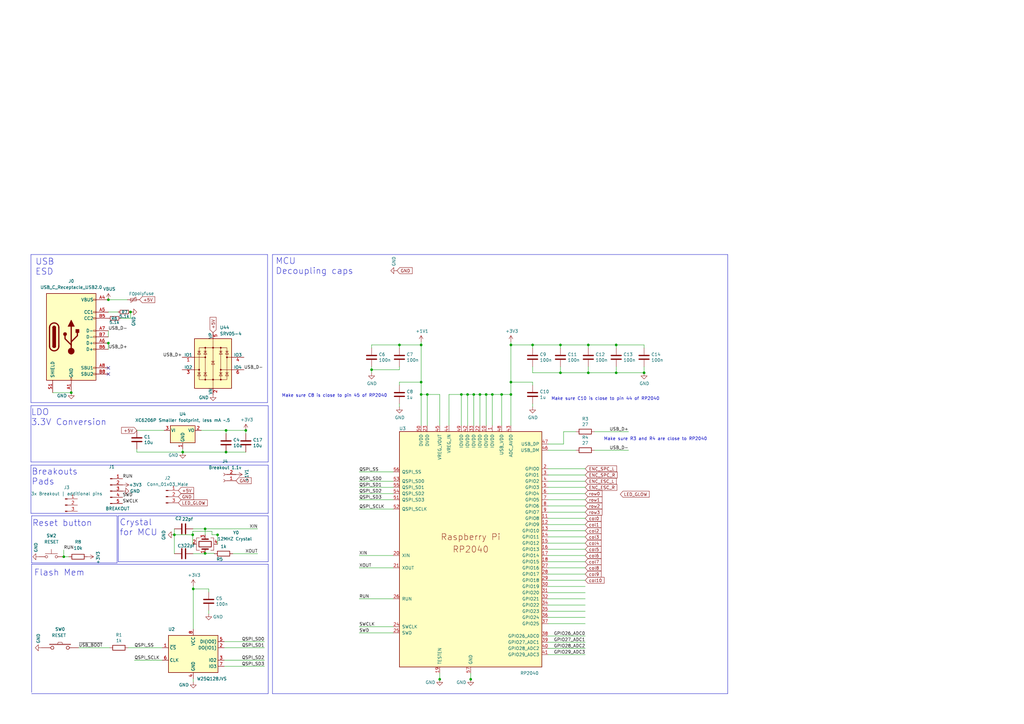
<source format=kicad_sch>
(kicad_sch (version 20230121) (generator eeschema)
  (paper "A3")
  (title_block (title "Rp2040 __template__") (date "2020-12-18") (rev "REV 0.1") (company "scattered_lenity.space"))
  (lib_symbols
    (symbol "Connector:Conn_01x02_Female" (pin_names (offset 1.016) hide)
      (property "Reference" "J" (at 0 2.54 0))
      (property "Value" "Conn_01x02_Female" (at 0 -5.08 0))
      (symbol "Conn_01x02_Female_1_1"
        (arc (start 0 -2.032) (mid -0.5058 -2.54) (end 0 -3.048) (stroke (width 0.1524)))
        (polyline (pts (xy -1.27 -2.54) (xy -0.508 -2.54)) (stroke (width 0.1524)))
        (polyline (pts (xy -1.27 0) (xy -0.508 0)) (stroke (width 0.1524)))
        (arc (start 0 0.508) (mid -0.5058 0) (end 0 -0.508) (stroke (width 0.1524)))
        (pin passive line (at -5.08 0 0) (length 3.81) (name "Pin_1") (number "1"))
        (pin passive line (at -5.08 -2.54 0) (length 3.81) (name "Pin_2") (number "2"))
      )
    )
    (symbol "Connector:Conn_01x03_Male" (pin_names (offset 1.016) hide)
      (property "Reference" "J" (at 0 5.08 0))
      (property "Value" "Conn_01x03_Male" (at 0 -5.08 0))
      (symbol "Conn_01x03_Male_1_1"
        (polyline (pts (xy 1.27 -2.54) (xy 0.8636 -2.54)) (stroke (width 0.1524)))
        (polyline (pts (xy 1.27 0) (xy 0.8636 0)) (stroke (width 0.1524)))
        (polyline (pts (xy 1.27 2.54) (xy 0.8636 2.54)) (stroke (width 0.1524)))
        (rectangle (start 0.8636 -2.413) (end 0 -2.667) (stroke (width 0.1524)) (fill (type outline)))
        (rectangle (start 0.8636 0.127) (end 0 -0.127) (stroke (width 0.1524)) (fill (type outline)))
        (rectangle (start 0.8636 2.667) (end 0 2.413) (stroke (width 0.1524)) (fill (type outline)))
        (pin passive line (at 5.08 2.54 180) (length 3.81) (name "Pin_1") (number "1"))
        (pin passive line (at 5.08 0 180) (length 3.81) (name "Pin_2") (number "2"))
        (pin passive line (at 5.08 -2.54 180) (length 3.81) (name "Pin_3") (number "3"))
      )
    )
    (symbol "Connector:Conn_01x05_Male" (pin_names (offset 1.016) hide)
      (property "Reference" "J" (at 0 7.62 0))
      (property "Value" "Conn_01x05_Male" (at 0 -7.62 0))
      (symbol "Conn_01x05_Male_1_1"
        (polyline (pts (xy 1.27 -5.08) (xy 0.8636 -5.08)) (stroke (width 0.1524)))
        (polyline (pts (xy 1.27 -2.54) (xy 0.8636 -2.54)) (stroke (width 0.1524)))
        (polyline (pts (xy 1.27 0) (xy 0.8636 0)) (stroke (width 0.1524)))
        (polyline (pts (xy 1.27 2.54) (xy 0.8636 2.54)) (stroke (width 0.1524)))
        (polyline (pts (xy 1.27 5.08) (xy 0.8636 5.08)) (stroke (width 0.1524)))
        (rectangle (start 0.8636 -4.953) (end 0 -5.207) (stroke (width 0.1524)) (fill (type outline)))
        (rectangle (start 0.8636 -2.413) (end 0 -2.667) (stroke (width 0.1524)) (fill (type outline)))
        (rectangle (start 0.8636 0.127) (end 0 -0.127) (stroke (width 0.1524)) (fill (type outline)))
        (rectangle (start 0.8636 2.667) (end 0 2.413) (stroke (width 0.1524)) (fill (type outline)))
        (rectangle (start 0.8636 5.207) (end 0 4.953) (stroke (width 0.1524)) (fill (type outline)))
        (pin passive line (at 5.08 5.08 180) (length 3.81) (name "Pin_1") (number "1"))
        (pin passive line (at 5.08 2.54 180) (length 3.81) (name "Pin_2") (number "2"))
        (pin passive line (at 5.08 0 180) (length 3.81) (name "Pin_3") (number "3"))
        (pin passive line (at 5.08 -2.54 180) (length 3.81) (name "Pin_4") (number "4"))
        (pin passive line (at 5.08 -5.08 180) (length 3.81) (name "Pin_5") (number "5"))
      )
    )
    (symbol "Connector:USB_C_Receptacle_USB2.0" (pin_names (offset 1.016))
      (property "Reference" "J" (at -10.16 19.05 0))
      (property "Value" "USB_C_Receptacle_USB2.0" (at 19.05 19.05 0))
      (symbol "USB_C_Receptacle_USB2.0_0_0"
        (rectangle (start -0.254 -17.78) (end 0.254 -16.764))
        (rectangle (start 10.16 -14.986) (end 9.144 -15.494))
        (rectangle (start 10.16 -12.446) (end 9.144 -12.954))
        (rectangle (start 10.16 -4.826) (end 9.144 -5.334))
        (rectangle (start 10.16 -2.286) (end 9.144 -2.794))
        (rectangle (start 10.16 0.254) (end 9.144 -0.254))
        (rectangle (start 10.16 2.794) (end 9.144 2.286))
        (rectangle (start 10.16 7.874) (end 9.144 7.366))
        (rectangle (start 10.16 10.414) (end 9.144 9.906))
        (rectangle (start 10.16 15.494) (end 9.144 14.986))
      )
      (symbol "USB_C_Receptacle_USB2.0_0_1"
        (rectangle (start -10.16 17.78) (end 10.16 -17.78) (stroke (width 0.254)) (fill (type background)))
        (arc (start -8.89 -3.81) (mid -6.985 -5.7067) (end -5.08 -3.81) (stroke (width 0.508)))
        (arc (start -7.62 -3.81) (mid -6.985 -4.4423) (end -6.35 -3.81) (stroke (width 0.254)))
        (arc (start -7.62 -3.81) (mid -6.985 -4.4423) (end -6.35 -3.81) (stroke (width 0.254)) (fill (type outline)))
        (rectangle (start -7.62 -3.81) (end -6.35 3.81) (stroke (width 0.254)) (fill (type outline)))
        (arc (start -6.35 3.81) (mid -6.985 4.4423) (end -7.62 3.81) (stroke (width 0.254)))
        (arc (start -6.35 3.81) (mid -6.985 4.4423) (end -7.62 3.81) (stroke (width 0.254)) (fill (type outline)))
        (arc (start -5.08 3.81) (mid -6.985 5.7067) (end -8.89 3.81) (stroke (width 0.508)))
        (circle (center -2.54 1.143) (radius 0.635) (stroke (width 0.254)) (fill (type outline)))
        (circle (center 0 -5.842) (radius 1.27) (fill (type outline)))
        (polyline (pts (xy -8.89 -3.81) (xy -8.89 3.81)) (stroke (width 0.508)))
        (polyline (pts (xy -5.08 3.81) (xy -5.08 -3.81)) (stroke (width 0.508)))
        (polyline (pts (xy 0 -5.842) (xy 0 4.318)) (stroke (width 0.508)))
        (polyline (pts (xy 0 -3.302) (xy -2.54 -0.762) (xy -2.54 0.508)) (stroke (width 0.508)))
        (polyline (pts (xy 0 -2.032) (xy 2.54 0.508) (xy 2.54 1.778)) (stroke (width 0.508)))
        (polyline (pts (xy -1.27 4.318) (xy 0 6.858) (xy 1.27 4.318) (xy -1.27 4.318)) (stroke (width 0.254)) (fill (type outline)))
        (rectangle (start 1.905 1.778) (end 3.175 3.048) (stroke (width 0.254)) (fill (type outline)))
      )
      (symbol "USB_C_Receptacle_USB2.0_1_1"
        (pin passive line (at 0 -22.86 90) (length 5.08) (name "GND") (number "A1"))
        (pin passive line (at 0 -22.86 90) (length 5.08) hide (name "GND") (number "A12"))
        (pin passive line (at 15.24 15.24 180) (length 5.08) (name "VBUS") (number "A4"))
        (pin bidirectional line (at 15.24 10.16 180) (length 5.08) (name "CC1") (number "A5"))
        (pin bidirectional line (at 15.24 -2.54 180) (length 5.08) (name "D+") (number "A6"))
        (pin bidirectional line (at 15.24 2.54 180) (length 5.08) (name "D-") (number "A7"))
        (pin bidirectional line (at 15.24 -12.7 180) (length 5.08) (name "SBU1") (number "A8"))
        (pin passive line (at 15.24 15.24 180) (length 5.08) hide (name "VBUS") (number "A9"))
        (pin passive line (at 0 -22.86 90) (length 5.08) hide (name "GND") (number "B1"))
        (pin passive line (at 0 -22.86 90) (length 5.08) hide (name "GND") (number "B12"))
        (pin passive line (at 15.24 15.24 180) (length 5.08) hide (name "VBUS") (number "B4"))
        (pin bidirectional line (at 15.24 7.62 180) (length 5.08) (name "CC2") (number "B5"))
        (pin bidirectional line (at 15.24 -5.08 180) (length 5.08) (name "D+") (number "B6"))
        (pin bidirectional line (at 15.24 0 180) (length 5.08) (name "D-") (number "B7"))
        (pin bidirectional line (at 15.24 -15.24 180) (length 5.08) (name "SBU2") (number "B8"))
        (pin passive line (at 15.24 15.24 180) (length 5.08) hide (name "VBUS") (number "B9"))
        (pin passive line (at -7.62 -22.86 90) (length 5.08) (name "SHIELD") (number "S1"))
      )
    )
    (symbol "Device:C" (pin_numbers hide) (pin_names (offset 0.254))
      (property "Reference" "C" (at 0.635 2.54 0))
      (property "Value" "C" (at 0.635 -2.54 0))
      (symbol "C_0_1"
        (polyline (pts (xy -2.032 -0.762) (xy 2.032 -0.762)) (stroke (width 0.508)))
        (polyline (pts (xy -2.032 0.762) (xy 2.032 0.762)) (stroke (width 0.508)))
      )
      (symbol "C_1_1"
        (pin passive line (at 0 3.81 270) (length 2.794) (name "~") (number "1"))
        (pin passive line (at 0 -3.81 90) (length 2.794) (name "~") (number "2"))
      )
    )
    (symbol "Device:Crystal_GND24" (pin_names (offset 1.016) hide)
      (property "Reference" "Y" (at 3.175 5.08 0))
      (property "Value" "Crystal_GND24" (at 3.175 3.175 0))
      (symbol "Crystal_GND24_0_1"
        (rectangle (start -1.143 2.54) (end 1.143 -2.54) (stroke (width 0.3048)))
        (polyline (pts (xy -2.54 0) (xy -2.032 0)))
        (polyline (pts (xy -2.032 -1.27) (xy -2.032 1.27)) (stroke (width 0.508)))
        (polyline (pts (xy 0 -3.81) (xy 0 -3.556)))
        (polyline (pts (xy 0 3.556) (xy 0 3.81)))
        (polyline (pts (xy 2.032 -1.27) (xy 2.032 1.27)) (stroke (width 0.508)))
        (polyline (pts (xy 2.032 0) (xy 2.54 0)))
        (polyline (pts (xy -2.54 -2.286) (xy -2.54 -3.556) (xy 2.54 -3.556) (xy 2.54 -2.286)))
        (polyline (pts (xy -2.54 2.286) (xy -2.54 3.556) (xy 2.54 3.556) (xy 2.54 2.286)))
      )
      (symbol "Crystal_GND24_1_1"
        (pin passive line (at -3.81 0 0) (length 1.27) (name "1") (number "1"))
        (pin passive line (at 0 5.08 270) (length 1.27) (name "2") (number "2"))
        (pin passive line (at 3.81 0 180) (length 1.27) (name "3") (number "3"))
        (pin passive line (at 0 -5.08 90) (length 1.27) (name "4") (number "4"))
      )
    )
    (symbol "Device:Polyfuse_Small" (pin_numbers hide) (pin_names (offset 0))
      (property "Reference" "F" (at -1.905 0 90))
      (property "Value" "Polyfuse_Small" (at 1.905 0 90))
      (symbol "Polyfuse_Small_0_1"
        (rectangle (start -0.508 1.27) (end 0.508 -1.27))
        (polyline (pts (xy 0 2.54) (xy 0 -2.54)))
        (polyline (pts (xy -1.016 1.27) (xy -1.016 0.762) (xy 1.016 -0.762) (xy 1.016 -1.27)))
      )
      (symbol "Polyfuse_Small_1_1"
        (pin passive line (at 0 2.54 270) (length 0.635) (name "~") (number "1"))
        (pin passive line (at 0 -2.54 90) (length 0.635) (name "~") (number "2"))
      )
    )
    (symbol "Device:R" (pin_numbers hide) (pin_names (offset 0))
      (property "Reference" "R" (at 2.032 0 90))
      (property "Value" "R" (at 0 0 90))
      (symbol "R_0_1"
        (rectangle (start -1.016 -2.54) (end 1.016 2.54) (stroke (width 0.254)))
      )
      (symbol "R_1_1"
        (pin passive line (at 0 3.81 270) (length 1.27) (name "~") (number "1"))
        (pin passive line (at 0 -3.81 90) (length 1.27) (name "~") (number "2"))
      )
    )
    (symbol "Device:R_Small" (pin_numbers hide) (pin_names (offset 0.254) hide)
      (property "Reference" "R" (at 0.762 0.508 0))
      (property "Value" "R_Small" (at 0.762 -1.016 0))
      (symbol "R_Small_0_1"
        (rectangle (start -0.762 1.778) (end 0.762 -1.778) (stroke (width 0.2032)))
      )
      (symbol "R_Small_1_1"
        (pin passive line (at 0 2.54 270) (length 0.762) (name "~") (number "1"))
        (pin passive line (at 0 -2.54 90) (length 0.762) (name "~") (number "2"))
      )
    )
    (symbol "MCU_RaspberryPi_RP2040:RP2040" (pin_names (offset 1.016))
      (property "Reference" "U" (at -29.21 49.53 0))
      (property "Value" "RP2040" (at 24.13 -49.53 0))
      (symbol "RP2040_0_0"
        (text "Raspberry Pi" (at 0 5.08 0) (effects (font (size 2.54 2.54))))
        (text "RP2040" (at 0 0 0) (effects (font (size 2.54 2.54))))
      )
      (symbol "RP2040_0_1"
        (rectangle (start 29.21 48.26) (end -29.21 -48.26) (stroke (width 0.254)) (fill (type background)))
      )
      (symbol "RP2040_1_1"
        (pin power_in line (at 8.89 50.8 270) (length 2.54) (name "IOVDD") (number "1"))
        (pin power_in line (at 6.35 50.8 270) (length 2.54) (name "IOVDD") (number "10"))
        (pin bidirectional line (at 31.75 12.7 180) (length 2.54) (name "GPIO8") (number "11"))
        (pin bidirectional line (at 31.75 10.16 180) (length 2.54) (name "GPIO9") (number "12"))
        (pin bidirectional line (at 31.75 7.62 180) (length 2.54) (name "GPIO10") (number "13"))
        (pin bidirectional line (at 31.75 5.08 180) (length 2.54) (name "GPIO11") (number "14"))
        (pin bidirectional line (at 31.75 2.54 180) (length 2.54) (name "GPIO12") (number "15"))
        (pin bidirectional line (at 31.75 0 180) (length 2.54) (name "GPIO13") (number "16"))
        (pin bidirectional line (at 31.75 -2.54 180) (length 2.54) (name "GPIO14") (number "17"))
        (pin bidirectional line (at 31.75 -5.08 180) (length 2.54) (name "GPIO15") (number "18"))
        (pin passive line (at -12.7 -50.8 90) (length 2.54) (name "TESTEN") (number "19"))
        (pin bidirectional line (at 31.75 33.02 180) (length 2.54) (name "GPIO0") (number "2"))
        (pin input line (at -31.75 -2.54 0) (length 2.54) (name "XIN") (number "20"))
        (pin passive line (at -31.75 -7.62 0) (length 2.54) (name "XOUT") (number "21"))
        (pin power_in line (at 3.81 50.8 270) (length 2.54) (name "IOVDD") (number "22"))
        (pin power_in line (at -17.78 50.8 270) (length 2.54) (name "DVDD") (number "23"))
        (pin output line (at -31.75 -31.75 0) (length 2.54) (name "SWCLK") (number "24"))
        (pin bidirectional line (at -31.75 -34.29 0) (length 2.54) (name "SWD") (number "25"))
        (pin input line (at -31.75 -20.32 0) (length 2.54) (name "RUN") (number "26"))
        (pin bidirectional line (at 31.75 -7.62 180) (length 2.54) (name "GPIO16") (number "27"))
        (pin bidirectional line (at 31.75 -10.16 180) (length 2.54) (name "GPIO17") (number "28"))
        (pin bidirectional line (at 31.75 -12.7 180) (length 2.54) (name "GPIO18") (number "29"))
        (pin bidirectional line (at 31.75 30.48 180) (length 2.54) (name "GPIO1") (number "3"))
        (pin bidirectional line (at 31.75 -15.24 180) (length 2.54) (name "GPIO19") (number "30"))
        (pin bidirectional line (at 31.75 -17.78 180) (length 2.54) (name "GPIO20") (number "31"))
        (pin bidirectional line (at 31.75 -20.32 180) (length 2.54) (name "GPIO21") (number "32"))
        (pin power_in line (at 1.27 50.8 270) (length 2.54) (name "IOVDD") (number "33"))
        (pin bidirectional line (at 31.75 -22.86 180) (length 2.54) (name "GPIO22") (number "34"))
        (pin bidirectional line (at 31.75 -25.4 180) (length 2.54) (name "GPIO23") (number "35"))
        (pin bidirectional line (at 31.75 -27.94 180) (length 2.54) (name "GPIO24") (number "36"))
        (pin bidirectional line (at 31.75 -30.48 180) (length 2.54) (name "GPIO25") (number "37"))
        (pin bidirectional line (at 31.75 -35.56 180) (length 2.54) (name "GPIO26_ADC0") (number "38"))
        (pin bidirectional line (at 31.75 -38.1 180) (length 2.54) (name "GPIO27_ADC1") (number "39"))
        (pin bidirectional line (at 31.75 27.94 180) (length 2.54) (name "GPIO2") (number "4"))
        (pin bidirectional line (at 31.75 -40.64 180) (length 2.54) (name "GPIO28_ADC2") (number "40"))
        (pin bidirectional line (at 31.75 -43.18 180) (length 2.54) (name "GPIO29_ADC3") (number "41"))
        (pin power_in line (at -1.27 50.8 270) (length 2.54) (name "IOVDD") (number "42"))
        (pin power_in line (at 16.51 50.8 270) (length 2.54) (name "ADC_AVDD") (number "43"))
        (pin power_in line (at -8.89 50.8 270) (length 2.54) (name "VREG_IN") (number "44"))
        (pin power_out line (at -12.7 50.8 270) (length 2.54) (name "VREG_VOUT") (number "45"))
        (pin bidirectional line (at 31.75 40.64 180) (length 2.54) (name "USB_DM") (number "46"))
        (pin bidirectional line (at 31.75 43.18 180) (length 2.54) (name "USB_DP") (number "47"))
        (pin power_in line (at 12.7 50.8 270) (length 2.54) (name "USB_VDD") (number "48"))
        (pin power_in line (at -3.81 50.8 270) (length 2.54) (name "IOVDD") (number "49"))
        (pin bidirectional line (at 31.75 25.4 180) (length 2.54) (name "GPIO3") (number "5"))
        (pin power_in line (at -20.32 50.8 270) (length 2.54) (name "DVDD") (number "50"))
        (pin bidirectional line (at -31.75 20.32 0) (length 2.54) (name "QSPI_SD3") (number "51"))
        (pin output line (at -31.75 16.51 0) (length 2.54) (name "QSPI_SCLK") (number "52"))
        (pin bidirectional line (at -31.75 27.94 0) (length 2.54) (name "QSPI_SD0") (number "53"))
        (pin bidirectional line (at -31.75 22.86 0) (length 2.54) (name "QSPI_SD2") (number "54"))
        (pin bidirectional line (at -31.75 25.4 0) (length 2.54) (name "QSPI_SD1") (number "55"))
        (pin bidirectional line (at -31.75 31.75 0) (length 2.54) (name "QSPI_SS") (number "56"))
        (pin power_in line (at 0 -50.8 90) (length 2.54) (name "GND") (number "57"))
        (pin bidirectional line (at 31.75 22.86 180) (length 2.54) (name "GPIO4") (number "6"))
        (pin bidirectional line (at 31.75 20.32 180) (length 2.54) (name "GPIO5") (number "7"))
        (pin bidirectional line (at 31.75 17.78 180) (length 2.54) (name "GPIO6") (number "8"))
        (pin bidirectional line (at 31.75 15.24 180) (length 2.54) (name "GPIO7") (number "9"))
      )
    )
    (symbol "Memory_Flash:W25Q128JVS"
      (property "Reference" "U" (at -8.89 8.89 0))
      (property "Value" "W25Q128JVS" (at 7.62 8.89 0))
      (symbol "W25Q128JVS_0_1"
        (rectangle (start -10.16 7.62) (end 10.16 -7.62) (stroke (width 0.254)) (fill (type background)))
      )
      (symbol "W25Q128JVS_1_1"
        (pin input line (at -12.7 2.54 0) (length 2.54) (name "~{CS}") (number "1"))
        (pin bidirectional line (at 12.7 2.54 180) (length 2.54) (name "DO(IO1)") (number "2"))
        (pin bidirectional line (at 12.7 -2.54 180) (length 2.54) (name "IO2") (number "3"))
        (pin power_in line (at 0 -10.16 90) (length 2.54) (name "GND") (number "4"))
        (pin bidirectional line (at 12.7 5.08 180) (length 2.54) (name "DI(IO0)") (number "5"))
        (pin input line (at -12.7 -2.54 0) (length 2.54) (name "CLK") (number "6"))
        (pin bidirectional line (at 12.7 -5.08 180) (length 2.54) (name "IO3") (number "7"))
        (pin power_in line (at 0 10.16 270) (length 2.54) (name "VCC") (number "8"))
      )
    )
    (symbol "Power_Protection:SRV05-4" (pin_names (offset 0))
      (property "Reference" "U" (at -5.08 11.43 0))
      (property "Value" "SRV05-4" (at 2.54 11.43 0))
      (symbol "SRV05-4_0_0"
        (rectangle (start -5.715 6.477) (end 5.715 -6.604))
        (polyline (pts (xy -3.175 -6.604) (xy -3.175 6.477)))
        (polyline (pts (xy 3.175 6.477) (xy 3.175 -6.604)))
      )
      (symbol "SRV05-4_0_1"
        (rectangle (start -7.62 10.16) (end 7.62 -10.16) (stroke (width 0.254)) (fill (type background)))
        (circle (center -5.715 -2.54) (radius 0.2794) (fill (type outline)))
        (circle (center -3.175 -6.604) (radius 0.2794) (fill (type outline)))
        (circle (center -3.175 2.54) (radius 0.2794) (fill (type outline)))
        (circle (center -3.175 6.477) (radius 0.2794) (fill (type outline)))
        (circle (center 0 -6.604) (radius 0.2794) (fill (type outline)))
        (polyline (pts (xy -7.747 2.54) (xy -3.175 2.54)))
        (polyline (pts (xy -7.62 -2.54) (xy -5.715 -2.54)))
        (polyline (pts (xy -5.08 -3.81) (xy -6.35 -3.81)))
        (polyline (pts (xy -5.08 5.08) (xy -6.35 5.08)))
        (polyline (pts (xy -2.54 -3.81) (xy -3.81 -3.81)))
        (polyline (pts (xy -2.54 5.08) (xy -3.81 5.08)))
        (polyline (pts (xy 0 10.16) (xy 0 -10.16)))
        (polyline (pts (xy 3.81 -3.81) (xy 2.54 -3.81)))
        (polyline (pts (xy 3.81 5.08) (xy 2.54 5.08)))
        (polyline (pts (xy 6.35 -3.81) (xy 5.08 -3.81)))
        (polyline (pts (xy 6.35 5.08) (xy 5.08 5.08)))
        (polyline (pts (xy 7.62 -2.54) (xy 3.175 -2.54)))
        (polyline (pts (xy 7.62 2.54) (xy 5.715 2.54)))
        (polyline (pts (xy 0.635 0.889) (xy -0.635 0.889) (xy -0.635 0.635)))
        (polyline (pts (xy -5.08 -5.08) (xy -6.35 -5.08) (xy -5.715 -3.81) (xy -5.08 -5.08)))
        (polyline (pts (xy -5.08 3.81) (xy -6.35 3.81) (xy -5.715 5.08) (xy -5.08 3.81)))
        (polyline (pts (xy -2.54 -5.08) (xy -3.81 -5.08) (xy -3.175 -3.81) (xy -2.54 -5.08)))
        (polyline (pts (xy -2.54 3.81) (xy -3.81 3.81) (xy -3.175 5.08) (xy -2.54 3.81)))
        (polyline (pts (xy 0.635 -0.381) (xy -0.635 -0.381) (xy 0 0.889) (xy 0.635 -0.381)))
        (polyline (pts (xy 3.81 -5.08) (xy 2.54 -5.08) (xy 3.175 -3.81) (xy 3.81 -5.08)))
        (polyline (pts (xy 3.81 3.81) (xy 2.54 3.81) (xy 3.175 5.08) (xy 3.81 3.81)))
        (polyline (pts (xy 6.35 -5.08) (xy 5.08 -5.08) (xy 5.715 -3.81) (xy 6.35 -5.08)))
        (polyline (pts (xy 6.35 3.81) (xy 5.08 3.81) (xy 5.715 5.08) (xy 6.35 3.81)))
        (circle (center 0 6.477) (radius 0.2794) (fill (type outline)))
        (circle (center 3.175 -6.604) (radius 0.2794) (fill (type outline)))
        (circle (center 3.175 -2.54) (radius 0.2794) (fill (type outline)))
        (circle (center 3.175 6.477) (radius 0.2794) (fill (type outline)))
        (circle (center 5.715 2.54) (radius 0.2794) (fill (type outline)))
      )
      (symbol "SRV05-4_1_1"
        (pin passive line (at -12.7 2.54 0) (length 5.08) (name "IO1") (number "1"))
        (pin passive line (at 0 -12.7 90) (length 2.54) (name "VN") (number "2"))
        (pin passive line (at -12.7 -2.54 0) (length 5.08) (name "IO2") (number "3"))
        (pin passive line (at 12.7 2.54 180) (length 5.08) (name "IO3") (number "4"))
        (pin passive line (at 0 12.7 270) (length 2.54) (name "VP") (number "5"))
        (pin passive line (at 12.7 -2.54 180) (length 5.08) (name "IO4") (number "6"))
      )
    )
    (symbol "Regulator_Linear:XC6206PxxxMR" (pin_names (offset 0.254))
      (property "Reference" "U" (at -3.81 3.175 0))
      (property "Value" "XC6206PxxxMR" (at 0 3.175 0))
      (symbol "XC6206PxxxMR_0_1"
        (rectangle (start -5.08 1.905) (end 5.08 -5.08) (stroke (width 0.254)) (fill (type background)))
      )
      (symbol "XC6206PxxxMR_1_1"
        (pin power_in line (at 0 -7.62 90) (length 2.54) (name "GND") (number "1"))
        (pin power_out line (at 7.62 0 180) (length 2.54) (name "VO") (number "2"))
        (pin power_in line (at -7.62 0 0) (length 2.54) (name "VI") (number "3"))
      )
    )
    (symbol "Switch:SW_Push" (pin_numbers hide) (pin_names (offset 1.016) hide)
      (property "Reference" "SW" (at 1.27 2.54 0))
      (property "Value" "SW_Push" (at 0 -1.524 0))
      (symbol "SW_Push_0_1"
        (circle (center -2.032 0) (radius 0.508))
        (polyline (pts (xy 0 1.27) (xy 0 3.048)))
        (polyline (pts (xy 2.54 1.27) (xy -2.54 1.27)))
        (circle (center 2.032 0) (radius 0.508))
        (pin passive line (at -5.08 0 0) (length 2.54) (name "1") (number "1"))
        (pin passive line (at 5.08 0 180) (length 2.54) (name "2") (number "2"))
      )
    )
    (symbol "cipulot_parts:SW_PUSH" (pin_numbers hide) (pin_names (offset 1.016) hide)
      (property "Reference" "SW" (at 3.81 2.794 0))
      (property "Value" "SW_PUSH" (at 0 -2.032 0))
      (symbol "SW_PUSH_0_1"
        (rectangle (start -4.318 1.27) (end 4.318 1.524))
        (polyline (pts (xy -1.016 1.524) (xy -0.762 2.286) (xy 0.762 2.286) (xy 1.016 1.524)))
        (pin passive inverted (at -7.62 0 0) (length 5.08) (name "1") (number "1"))
        (pin passive inverted (at 7.62 0 180) (length 5.08) (name "2") (number "2"))
      )
    )
    (symbol "power:+1V1" (power) (pin_names (offset 0))
      (property "Value" "+1V1" (at 0 3.556 0))
      (symbol "+1V1_0_1"
        (polyline (pts (xy -0.762 1.27) (xy 0 2.54)))
        (polyline (pts (xy 0 0) (xy 0 2.54)))
        (polyline (pts (xy 0 2.54) (xy 0.762 1.27)))
      )
      (symbol "+1V1_1_1"
        (pin power_in line (at 0 0 90) (length 0) hide (name "+1V1") (number "1"))
      )
    )
    (symbol "power:+3V3" (power) (pin_names (offset 0))
      (property "Value" "+3V3" (at 0 3.556 0))
      (symbol "+3V3_0_1"
        (polyline (pts (xy -0.762 1.27) (xy 0 2.54)))
        (polyline (pts (xy 0 0) (xy 0 2.54)))
        (polyline (pts (xy 0 2.54) (xy 0.762 1.27)))
      )
      (symbol "+3V3_1_1"
        (pin power_in line (at 0 0 90) (length 0) hide (name "+3V3") (number "1"))
      )
    )
    (symbol "power:GND" (power) (pin_names (offset 0))
      (property "Value" "GND" (at 0 -3.81 0))
      (symbol "GND_0_1"
        (polyline (pts (xy 0 0) (xy 0 -1.27) (xy 1.27 -1.27) (xy 0 -2.54) (xy -1.27 -1.27) (xy 0 -1.27)))
      )
      (symbol "GND_1_1"
        (pin power_in line (at 0 0 270) (length 0) hide (name "GND") (number "1"))
      )
    )
    (symbol "power:VBUS" (power) (pin_names (offset 0))
      (property "Value" "VBUS" (at 0 3.81 0))
      (symbol "VBUS_0_1"
        (polyline (pts (xy -0.762 1.27) (xy 0 2.54)))
        (polyline (pts (xy 0 0) (xy 0 2.54)))
        (polyline (pts (xy 0 2.54) (xy 0.762 1.27)))
      )
      (symbol "VBUS_1_1"
        (pin power_in line (at 0 0 90) (length 0) hide (name "VBUS") (number "1"))
      )
    )
  )
  (junction (at 209.55 156.718))
  (junction (at 44.45 122.936))
  (junction (at 241.3 152.908))
  (junction (at 189.23 161.798))
  (junction (at 191.77 161.798))
  (junction (at 44.45 140.716))
  (junction (at 92.71 185.42))
  (junction (at 29.21 161.036))
  (junction (at 100.838 176.53))
  (junction (at 79.248 241.554))
  (junction (at 194.31 161.798))
  (junction (at 71.5264 219.3544))
  (junction (at 84.1248 216.916))
  (junction (at 84.1248 226.9744))
  (junction (at 53.5432 127.9652))
  (junction (at 205.74 161.798))
  (junction (at 79.0448 219.3544))
  (junction (at 241.3 141.478))
  (junction (at 196.85 161.798))
  (junction (at 172.72 141.478))
  (junction (at 172.72 161.798))
  (junction (at 163.83 141.478))
  (junction (at 252.73 141.478))
  (junction (at 74.93 185.42))
  (junction (at 152.4 151.638))
  (junction (at 264.16 152.908))
  (junction (at 180.34 278.6126))
  (junction (at 193.04 278.6126))
  (junction (at 175.26 161.798))
  (junction (at 26.162 228.346))
  (junction (at 201.93 161.798))
  (junction (at 209.55 161.798))
  (junction (at 172.72 156.718))
  (junction (at 89.2302 219.3544))
  (junction (at 209.55 141.478))
  (junction (at 252.73 152.908))
  (junction (at 92.71 176.53))
  (junction (at 218.44 141.478))
  (junction (at 229.87 152.908))
  (junction (at 199.39 161.798))
  (junction (at 229.87 141.478))
  (no_connect (at 44.45 153.416))
  (no_connect (at 44.45 150.876))
  (wire (pts (xy 161.29 257.048) (xy 147.32 257.048)))
  (wire (pts (xy 79.1464 227.076) (xy 84.1248 227.076)))
  (wire (pts (xy 147.32 202.438) (xy 161.29 202.438)))
  (wire (pts (xy 224.79 220.218) (xy 240.03 220.218)))
  (wire (pts (xy 224.79 199.898) (xy 240.03 199.898)))
  (wire (pts (xy 201.93 161.798) (xy 205.74 161.798)))
  (wire (pts (xy 52.1462 122.936) (xy 52.1462 122.9106)))
  (wire (pts (xy 229.87 142.748) (xy 229.87 141.478)))
  (polyline (pts (xy 12.7 189.484) (xy 12.7 166.37)))
  (wire (pts (xy 85.598 241.554) (xy 79.248 241.554)))
  (wire (pts (xy 224.79 194.818) (xy 240.03 194.818)))
  (wire (pts (xy 82.55 176.53) (xy 92.71 176.53)))
  (wire (pts (xy 180.34 161.798) (xy 175.26 161.798)))
  (wire (pts (xy 147.32 197.358) (xy 161.29 197.358)))
  (wire (pts (xy 91.948 270.764) (xy 108.458 270.764)))
  (wire (pts (xy 147.32 199.898) (xy 161.29 199.898)))
  (wire (pts (xy 44.45 122.936) (xy 52.1462 122.936)))
  (polyline (pts (xy 12.7 210.566) (xy 12.7 190.754)))
  (wire (pts (xy 79.248 240.284) (xy 79.248 241.554)))
  (wire (pts (xy 199.39 174.498) (xy 199.39 161.798)))
  (wire (pts (xy 74.93 185.42) (xy 74.93 185.5216)))
  (wire (pts (xy 196.85 161.798) (xy 199.39 161.798)))
  (wire (pts (xy 86.9442 217.932) (xy 79.0448 217.932)))
  (wire (pts (xy 163.83 157.988) (xy 163.83 156.718)))
  (polyline (pts (xy 111.76 104.394) (xy 111.76 284.48)))
  (polyline (pts (xy 48.514 230.378) (xy 48.514 211.582)))
  (polyline (pts (xy 12.954 230.886) (xy 48.006 230.886)))
  (wire (pts (xy 53.5686 127.9652) (xy 53.5432 127.9652)))
  (wire (pts (xy 172.72 140.208) (xy 172.72 141.478)))
  (wire (pts (xy 180.34 276.098) (xy 180.34 278.6126)))
  (wire (pts (xy 224.79 222.758) (xy 240.03 222.758)))
  (wire (pts (xy 218.44 150.368) (xy 218.44 152.908)))
  (wire (pts (xy 100.838 177.8) (xy 100.838 176.53)))
  (polyline (pts (xy 12.954 283.972) (xy 12.954 231.394)))
  (wire (pts (xy 224.79 260.858) (xy 240.03 260.858)))
  (wire (pts (xy 71.5264 216.916) (xy 71.5264 219.3544)))
  (wire (pts (xy 175.26 174.498) (xy 175.26 161.798)))
  (wire (pts (xy 26.162 228.346) (xy 28.194 228.346)))
  (wire (pts (xy 224.79 268.478) (xy 240.03 268.478)))
  (wire (pts (xy 224.79 212.598) (xy 240.03 212.598)))
  (wire (pts (xy 44.45 127.9652) (xy 44.45 128.016)))
  (wire (pts (xy 209.55 156.718) (xy 218.44 156.718)))
  (wire (pts (xy 89.2048 223.1644) (xy 89.2302 223.1644)))
  (polyline (pts (xy 12.7 165.1) (xy 12.7 104.394)))
  (wire (pts (xy 44.958 265.684) (xy 32.258 265.684)))
  (wire (pts (xy 209.55 140.208) (xy 209.55 141.478)))
  (wire (pts (xy 264.16 150.368) (xy 264.16 152.908)))
  (wire (pts (xy 44.45 140.716) (xy 44.45 143.256)))
  (wire (pts (xy 193.04 276.098) (xy 193.04 278.6126)))
  (wire (pts (xy 224.79 182.118) (xy 231.14 182.118)))
  (polyline (pts (xy 109.982 231.394) (xy 109.982 284.48)))
  (wire (pts (xy 224.79 207.518) (xy 240.03 207.518)))
  (wire (pts (xy 218.44 141.478) (xy 229.87 141.478)))
  (wire (pts (xy 224.79 243.078) (xy 240.03 243.078)))
  (wire (pts (xy 89.2302 219.3544) (xy 86.9442 219.3544)))
  (wire (pts (xy 224.79 210.058) (xy 240.03 210.058)))
  (wire (pts (xy 224.79 263.398) (xy 240.03 263.398)))
  (wire (pts (xy 56.134 185.42) (xy 74.93 185.42)))
  (polyline (pts (xy 12.954 284.48) (xy 109.982 284.48)))
  (wire (pts (xy 56.134 176.53) (xy 67.31 176.53)))
  (wire (pts (xy 26.162 225.552) (xy 26.162 228.346)))
  (wire (pts (xy 91.948 265.684) (xy 108.458 265.684)))
  (wire (pts (xy 224.79 184.658) (xy 236.22 184.658)))
  (wire (pts (xy 224.79 265.938) (xy 240.03 265.938)))
  (wire (pts (xy 209.55 161.798) (xy 209.55 174.498)))
  (polyline (pts (xy 109.982 211.582) (xy 109.982 230.378)))
  (wire (pts (xy 87.884 226.9744) (xy 87.884 227.076)))
  (wire (pts (xy 86.9442 219.3544) (xy 86.9442 217.932)))
  (polyline (pts (xy 12.7 166.37) (xy 109.982 166.37)))
  (wire (pts (xy 79.0448 223.1644) (xy 79.0448 219.3544)))
  (wire (pts (xy 85.598 250.444) (xy 85.598 251.714)))
  (wire (pts (xy 84.1248 216.916) (xy 105.664 216.916)))
  (wire (pts (xy 49.53 130.556) (xy 53.5686 130.556)))
  (wire (pts (xy 180.34 174.498) (xy 180.34 161.798)))
  (wire (pts (xy 264.16 142.748) (xy 264.16 141.478)))
  (wire (pts (xy 224.79 232.918) (xy 240.03 232.918)))
  (wire (pts (xy 229.87 150.368) (xy 229.87 152.908)))
  (wire (pts (xy 79.248 241.554) (xy 79.248 258.064)))
  (wire (pts (xy 163.83 141.478) (xy 172.72 141.478)))
  (wire (pts (xy 152.4 141.478) (xy 163.83 141.478)))
  (wire (pts (xy 241.3 152.908) (xy 229.87 152.908)))
  (wire (pts (xy 224.79 240.538) (xy 240.03 240.538)))
  (polyline (pts (xy 109.728 104.394) (xy 109.728 165.1)))
  (polyline (pts (xy 12.7 165.1) (xy 109.728 165.1)))
  (wire (pts (xy 229.87 141.478) (xy 241.3 141.478)))
  (wire (pts (xy 172.72 161.798) (xy 172.72 174.498)))
  (wire (pts (xy 189.23 174.498) (xy 189.23 161.798)))
  (wire (pts (xy 89.2556 219.3544) (xy 89.2302 219.3544)))
  (wire (pts (xy 224.79 248.158) (xy 240.03 248.158)))
  (wire (pts (xy 201.93 161.798) (xy 201.93 174.498)))
  (wire (pts (xy 85.598 242.824) (xy 85.598 241.554)))
  (polyline (pts (xy 109.982 210.566) (xy 12.7 210.566)))
  (polyline (pts (xy 12.954 230.886) (xy 12.954 211.582)))
  (polyline (pts (xy 12.7 190.754) (xy 109.982 190.754)))
  (wire (pts (xy 161.29 259.588) (xy 147.32 259.588)))
  (wire (pts (xy 74.93 184.15) (xy 74.93 185.42)))
  (wire (pts (xy 191.77 161.798) (xy 194.31 161.798)))
  (wire (pts (xy 193.04 278.6126) (xy 193.04 278.638)))
  (wire (pts (xy 224.79 202.438) (xy 240.03 202.438)))
  (wire (pts (xy 21.59 161.036) (xy 29.21 161.036)))
  (polyline (pts (xy 109.982 230.378) (xy 48.514 230.378)))
  (wire (pts (xy 95.504 227.076) (xy 105.664 227.076)))
  (wire (pts (xy 100.838 176.53) (xy 92.71 176.53)))
  (polyline (pts (xy 12.954 211.582) (xy 48.006 211.582)))
  (wire (pts (xy 224.79 197.358) (xy 240.03 197.358)))
  (wire (pts (xy 55.118 270.764) (xy 66.548 270.764)))
  (wire (pts (xy 218.44 142.748) (xy 218.44 141.478)))
  (wire (pts (xy 224.79 204.978) (xy 240.03 204.978)))
  (polyline (pts (xy 12.954 231.394) (xy 109.982 231.394)))
  (wire (pts (xy 163.83 151.638) (xy 163.83 150.368)))
  (wire (pts (xy 218.44 157.988) (xy 218.44 156.718)))
  (wire (pts (xy 231.14 177.038) (xy 231.14 182.118)))
  (polyline (pts (xy 12.7 104.394) (xy 109.728 104.394)))
  (wire (pts (xy 241.3 150.368) (xy 241.3 152.908)))
  (polyline (pts (xy 109.982 190.754) (xy 109.982 210.566)))
  (wire (pts (xy 74.93 185.42) (xy 92.71 185.42)))
  (wire (pts (xy 44.45 135.636) (xy 44.45 138.176)))
  (polyline (pts (xy 111.76 284.48) (xy 298.45 284.48)))
  (wire (pts (xy 252.73 141.478) (xy 264.16 141.478)))
  (wire (pts (xy 194.31 161.798) (xy 196.85 161.798)))
  (wire (pts (xy 224.79 253.238) (xy 240.03 253.238)))
  (wire (pts (xy 71.5264 219.3544) (xy 79.0448 219.3544)))
  (wire (pts (xy 44.5262 140.6906) (xy 44.45 140.6906)))
  (wire (pts (xy 209.55 156.718) (xy 209.55 161.798)))
  (wire (pts (xy 241.3 141.478) (xy 252.73 141.478)))
  (wire (pts (xy 161.29 232.918) (xy 147.32 232.918)))
  (wire (pts (xy 152.4 151.638) (xy 163.83 151.638)))
  (wire (pts (xy 89.2302 219.3544) (xy 89.2302 223.1644)))
  (wire (pts (xy 92.71 185.42) (xy 100.838 185.42)))
  (wire (pts (xy 52.578 265.684) (xy 66.548 265.684)))
  (wire (pts (xy 252.73 142.748) (xy 252.73 141.478)))
  (wire (pts (xy 84.1248 227.076) (xy 84.1248 226.9744)))
  (wire (pts (xy 241.3 142.748) (xy 241.3 141.478)))
  (wire (pts (xy 224.79 237.998) (xy 240.03 237.998)))
  (wire (pts (xy 264.16 152.908) (xy 252.73 152.908)))
  (polyline (pts (xy 48.006 211.582) (xy 48.006 230.886)))
  (wire (pts (xy 243.84 177.038) (xy 257.81 177.038)))
  (wire (pts (xy 48.4632 127.9652) (xy 44.45 127.9652)))
  (wire (pts (xy 191.77 174.498) (xy 191.77 161.798)))
  (wire (pts (xy 92.71 177.8) (xy 92.71 176.53)))
  (polyline (pts (xy 298.45 284.48) (xy 298.45 104.394)))
  (wire (pts (xy 71.5264 219.3544) (xy 71.5264 227.076)))
  (wire (pts (xy 152.4 142.748) (xy 152.4 141.478)))
  (wire (pts (xy 205.74 174.498) (xy 205.74 161.798)))
  (wire (pts (xy 172.72 156.718) (xy 172.72 161.798)))
  (wire (pts (xy 224.79 255.778) (xy 240.03 255.778)))
  (wire (pts (xy 91.948 273.304) (xy 108.458 273.304)))
  (wire (pts (xy 152.4 150.368) (xy 152.4 151.638)))
  (wire (pts (xy 79.248 278.384) (xy 79.248 279.654)))
  (wire (pts (xy 161.29 245.618) (xy 147.32 245.618)))
  (wire (pts (xy 184.15 174.498) (xy 184.15 161.798)))
  (wire (pts (xy 79.0448 217.932) (xy 79.0448 219.3544)))
  (wire (pts (xy 180.34 278.6126) (xy 180.34 278.638)))
  (wire (pts (xy 224.79 227.838) (xy 240.03 227.838)))
  (wire (pts (xy 224.79 235.458) (xy 240.03 235.458)))
  (wire (pts (xy 196.85 174.498) (xy 196.85 161.798)))
  (wire (pts (xy 194.31 174.498) (xy 194.31 161.798)))
  (polyline (pts (xy 109.982 166.37) (xy 109.982 189.484)))
  (wire (pts (xy 84.1248 226.9744) (xy 87.884 226.9744)))
  (polyline (pts (xy 48.514 211.582) (xy 109.982 211.582)))
  (wire (pts (xy 44.45 140.6906) (xy 44.45 140.716)))
  (wire (pts (xy 224.79 225.298) (xy 240.03 225.298)))
  (wire (pts (xy 209.55 141.478) (xy 209.55 156.718)))
  (wire (pts (xy 184.15 161.798) (xy 189.23 161.798)))
  (polyline (pts (xy 298.45 104.394) (xy 111.76 104.394)))
  (wire (pts (xy 224.79 217.678) (xy 240.03 217.678)))
  (wire (pts (xy 163.83 165.608) (xy 163.83 166.878)))
  (wire (pts (xy 163.83 142.748) (xy 163.83 141.478)))
  (wire (pts (xy 53.5686 130.556) (xy 53.5686 127.9652)))
  (wire (pts (xy 56.134 184.15) (xy 56.134 185.42)))
  (wire (pts (xy 252.73 150.368) (xy 252.73 152.908)))
  (wire (pts (xy 147.32 204.978) (xy 161.29 204.978)))
  (wire (pts (xy 224.79 250.698) (xy 240.03 250.698)))
  (wire (pts (xy 224.79 245.618) (xy 240.03 245.618)))
  (wire (pts (xy 205.74 161.798) (xy 209.55 161.798)))
  (wire (pts (xy 152.4 151.638) (xy 152.4 152.908)))
  (wire (pts (xy 252.73 152.908) (xy 241.3 152.908)))
  (wire (pts (xy 84.1248 216.916) (xy 84.1248 219.3544)))
  (wire (pts (xy 224.79 192.278) (xy 240.03 192.278)))
  (polyline (pts (xy 12.7 189.484) (xy 109.982 189.484)))
  (wire (pts (xy 209.55 141.478) (xy 218.44 141.478)))
  (wire (pts (xy 79.1464 216.916) (xy 84.1248 216.916)))
  (wire (pts (xy 163.83 156.718) (xy 172.72 156.718)))
  (wire (pts (xy 161.29 193.548) (xy 147.32 193.548)))
  (wire (pts (xy 147.32 227.838) (xy 161.29 227.838)))
  (wire (pts (xy 199.39 161.798) (xy 201.93 161.798)))
  (wire (pts (xy 172.72 141.478) (xy 172.72 156.718)))
  (wire (pts (xy 229.87 152.908) (xy 218.44 152.908)))
  (wire (pts (xy 91.948 263.144) (xy 108.458 263.144)))
  (wire (pts (xy 161.29 208.788) (xy 147.32 208.788)))
  (wire (pts (xy 189.23 161.798) (xy 191.77 161.798)))
  (wire (pts (xy 224.79 230.378) (xy 240.03 230.378)))
  (wire (pts (xy 231.14 177.038) (xy 236.22 177.038)))
  (wire (pts (xy 218.44 165.608) (xy 218.44 166.878)))
  (wire (pts (xy 243.84 184.658) (xy 257.81 184.658)))
  (wire (pts (xy 175.26 161.798) (xy 172.72 161.798)))
  (wire (pts (xy 224.79 215.138) (xy 240.03 215.138)))
  (text "USB\nESD" (at 14.478 113.03 0) (effects (font (size 2.54 2.54)) (justify left bottom)))
  (text "Make sure C8 is close to pin 45 of RP2040" (at 115.57 163.068 0) (effects (font (size 1.27 1.27)) (justify left bottom)))
  (text "Breakouts\nPads\n" (at 12.954 199.136 0) (effects (font (size 2.54 2.54)) (justify left bottom)))
  (text "Make sure R3 and R4 are close to RP2040" (at 247.65 180.848 0) (effects (font (size 1.27 1.27)) (justify left bottom)))
  (text "Crystal\nfor MCU" (at 49.022 219.964 0) (effects (font (size 2.54 2.54)) (justify left bottom)))
  (text "Flash Mem " (at 13.97 236.474 0) (effects (font (size 2.54 2.54)) (justify left bottom)))
  (text "MCU\nDecoupling caps " (at 113.03 112.776 0) (effects (font (size 2.54 2.54)) (justify left bottom)))
  (text "Make sure C10 is close to pin 44 of RP2040" (at 226.06 164.338 0) (effects (font (size 1.27 1.27)) (justify left bottom)))
  (text "Reset button\n" (at 13.208 216.154 0) (effects (font (size 2.54 2.54)) (justify left bottom)))
  (text "LDO\n3.3V Conversion\n" (at 12.7 174.752 0) (effects (font (size 2.54 2.54)) (justify left bottom)))
  (label "RUN" (at 50.292 196.342 0))
  (label "QSPI_SD2" (at 108.458 270.764 180))
  (label "XIN" (at 147.32 227.838 0))
  (label "QSPI_SS" (at 55.118 265.684 0))
  (label "RUN" (at 147.32 245.618 0))
  (label "RUN" (at 26.162 225.552 0))
  (label "SWD" (at 50.292 203.962 0))
  (label "USB_D+" (at 44.45 143.256 0))
  (label "USB_D+" (at 74.676 146.558 180))
  (label "~{USB_BOOT}" (at 32.258 265.684 0))
  (label "GPIO27_ADC1" (at 240.03 263.398 180))
  (label "XIN" (at 105.664 216.916 180))
  (label "QSPI_SS" (at 147.32 193.548 0))
  (label "QSPI_SCLK" (at 55.118 270.764 0))
  (label "XOUT" (at 105.664 227.076 180))
  (label "QSPI_SD1" (at 147.32 199.898 0))
  (label "USB_D-" (at 44.45 135.636 0))
  (label "SWD" (at 147.32 259.588 0))
  (label "XOUT" (at 147.32 232.918 0))
  (label "QSPI_SD0" (at 147.32 197.358 0))
  (label "USB_D+" (at 257.81 177.038 180))
  (label "QSPI_SD3" (at 147.32 204.978 0))
  (label "QSPI_SD0" (at 108.458 263.144 180))
  (label "GPIO28_ADC2" (at 240.03 265.938 180))
  (label "USB_D-" (at 257.81 184.658 180))
  (label "GPIO26_ADC0" (at 240.03 260.858 180))
  (label "USB_D-" (at 100.076 151.638 0))
  (label "QSPI_SD1" (at 108.458 265.684 180))
  (label "QSPI_SD3" (at 108.458 273.304 180))
  (label "QSPI_SCLK" (at 147.32 208.788 0))
  (label "SWCLK" (at 147.32 257.048 0))
  (label "QSPI_SD2" (at 147.32 202.438 0))
  (label "SWCLK" (at 50.292 206.502 0))
  (label "GPIO29_ADC3" (at 240.03 268.478 180))
  (global_label "GND" (shape input) (at 73.152 203.708 0) (property "Intersheetrefs" "${INTERSHEET_REFS}" (effects hide)))
  (global_label "col9" (shape input) (at 240.03 235.458 0) (property "Intersheetrefs" "${INTERSHEET_REFS}" (effects hide)))
  (global_label "col5" (shape input) (at 240.03 225.298 0) (property "Intersheetrefs" "${INTERSHEET_REFS}" (effects hide)))
  (global_label "GND" (shape input) (at 96.774 197.1548 0) (property "Intersheetrefs" "${INTERSHEET_REFS}" (effects hide)))
  (global_label "+5V" (shape input) (at 73.152 201.168 0) (property "Intersheetrefs" "${INTERSHEET_REFS}" (effects hide)))
  (global_label "col1" (shape input) (at 240.03 215.138 0) (property "Intersheetrefs" "${INTERSHEET_REFS}" (effects hide)))
  (global_label "ENC_SPC_L" (shape input) (at 240.03 192.278 0) (property "Intersheetrefs" "${INTERSHEET_REFS}" (effects hide)))
  (global_label "+5V" (shape input) (at 56.134 176.53 180) (property "Intersheetrefs" "${INTERSHEET_REFS}" (effects hide)))
  (global_label "col3" (shape input) (at 240.03 220.218 0) (property "Intersheetrefs" "${INTERSHEET_REFS}" (effects hide)))
  (global_label "col2" (shape input) (at 240.03 217.678 0) (property "Intersheetrefs" "${INTERSHEET_REFS}" (effects hide)))
  (global_label "LED_GLOW" (shape input) (at 73.152 206.248 0) (property "Intersheetrefs" "${INTERSHEET_REFS}" (effects hide)))
  (global_label "col7" (shape input) (at 240.03 230.378 0) (property "Intersheetrefs" "${INTERSHEET_REFS}" (effects hide)))
  (global_label "+5V" (shape input) (at 87.376 136.398 90) (property "Intersheetrefs" "${INTERSHEET_REFS}" (effects hide)))
  (global_label "LED_GLOW" (shape input) (at 254.381 202.692 0) (property "Intersheetrefs" "${INTERSHEET_REFS}" (effects hide)))
  (global_label "col6" (shape input) (at 240.03 227.838 0) (property "Intersheetrefs" "${INTERSHEET_REFS}" (effects hide)))
  (global_label "row1" (shape input) (at 240.03 204.978 0) (property "Intersheetrefs" "${INTERSHEET_REFS}" (effects hide)))
  (global_label "GND" (shape input) (at 162.814 110.998 0) (property "Intersheetrefs" "${INTERSHEET_REFS}" (effects hide)))
  (global_label "ENC_ESC_L" (shape input) (at 240.03 197.358 0) (property "Intersheetrefs" "${INTERSHEET_REFS}" (effects hide)))
  (global_label "+5V" (shape input) (at 57.2262 122.9106 0) (property "Intersheetrefs" "${INTERSHEET_REFS}" (effects hide)))
  (global_label "row3" (shape input) (at 240.03 210.058 0) (property "Intersheetrefs" "${INTERSHEET_REFS}" (effects hide)))
  (global_label "row2" (shape input) (at 240.03 207.518 0) (property "Intersheetrefs" "${INTERSHEET_REFS}" (effects hide)))
  (global_label "col10" (shape input) (at 240.03 237.998 0) (property "Intersheetrefs" "${INTERSHEET_REFS}" (effects hide)))
  (global_label "col4" (shape input) (at 240.03 222.758 0) (property "Intersheetrefs" "${INTERSHEET_REFS}" (effects hide)))
  (global_label "row0" (shape input) (at 240.03 202.438 0) (property "Intersheetrefs" "${INTERSHEET_REFS}" (effects hide)))
  (global_label "col8" (shape input) (at 240.03 232.918 0) (property "Intersheetrefs" "${INTERSHEET_REFS}" (effects hide)))
  (global_label "ENC_ESC_R" (shape input) (at 240.03 199.898 0) (property "Intersheetrefs" "${INTERSHEET_REFS}" (effects hide)))
  (global_label "ENC_SPC_R" (shape input) (at 240.03 194.818 0) (property "Intersheetrefs" "${INTERSHEET_REFS}" (effects hide)))
  (global_label "col0" (shape input) (at 240.03 212.598 0) (property "Intersheetrefs" "${INTERSHEET_REFS}" (effects hide)))
  (symbol (lib_id "MCU_RaspberryPi_RP2040:RP2040") (at 193.04 225.298 0) (unit 1)
    (property "Reference" "U3" (at 165.1 175.768 0))
    (property "Value" "RP2040" (at 217.17 276.098 0))
    (property "Footprint" "RP2040:RP2040-QFN-56" (effects hide))
    (property "LCSC" "C2040" (effects hide))
  )
  (symbol (lib_id "Device:C") (at 75.3364 216.916 270) (unit 1)
    (property "Reference" "C2" (at 71.8312 212.6488 90) (effects (justify left)))
    (property "Value" "22pf" (at 74.676 212.9028 90) (effects (justify left)))
    (property "Footprint" "Capacitor_SMD:C_0805_2012Metric" (effects hide))
    (property "LCSC" "C1804" (effects hide))
  )
  (symbol (lib_id "Device:C") (at 75.3364 227.076 270) (unit 1)
    (property "Reference" "C3" (at 72.8218 223.8756 90) (effects (justify left)))
    (property "Value" "22pf" (at 75.3618 223.774 90) (effects (justify left)))
    (property "Footprint" "Capacitor_SMD:C_0805_2012Metric" (effects hide))
    (property "LCSC" "C1804" (effects hide))
  )
  (symbol (lib_id "power:GND") (at 71.5264 219.3544 270) (unit 1)
    (property "Reference" "#PWR06" (effects hide))
    (property "Value" "GND" (at 67.1322 219.4814 0))
  )
  (symbol (lib_id "Memory_Flash:W25Q128JVS") (at 79.248 268.224 0) (unit 1)
    (property "Reference" "U2" (at 70.358 258.064 0))
    (property "Value" "W25Q128JVS" (at 86.868 278.384 0))
    (property "Footprint" "Package_SO:SOIC-8_5.23x5.23mm_P1.27mm" (effects hide))
    (property "Datasheet" "http://www.winbond.com/resource-files/w25q128jv_dtr%20revc%2003272018%20plus.pdf" (effects hide))
    (property "LCSC" "C97521" (effects hide))
  )
  (symbol (lib_id "power:+3V3") (at 79.248 240.284 0) (unit 1)
    (property "Reference" "#PWR07" (effects hide))
    (property "Value" "+3V3" (at 79.629 235.8898 0))
  )
  (symbol (lib_id "power:GND") (at 79.248 279.654 0) (unit 1)
    (property "Reference" "#PWR08" (effects hide))
    (property "Value" "GND" (at 75.438 280.924 0))
  )
  (symbol (lib_id "Device:R") (at 48.768 265.684 270) (unit 1)
    (property "Reference" "R1" (at 48.768 260.4262 90))
    (property "Value" "1k" (at 48.768 262.7376 90))
    (property "Footprint" "Resistor_SMD:R_0805_2012Metric" (effects hide))
    (property "LCSC" "C115316" (effects hide))
  )
  (symbol (lib_id "Device:C") (at 85.598 246.634 0) (unit 1)
    (property "Reference" "C5" (at 88.519 245.4656 0) (effects (justify left)))
    (property "Value" "100n" (at 88.519 247.777 0) (effects (justify left)))
    (property "Footprint" "Capacitor_SMD:C_0805_2012Metric" (effects hide))
    (property "LCSC" "C49678" (effects hide))
  )
  (symbol (lib_id "power:GND") (at 85.598 251.714 0) (unit 1)
    (property "Reference" "#PWR011" (effects hide))
    (property "Value" "GND" (at 89.408 252.984 0))
  )
  (symbol (lib_id "Device:R") (at 240.03 177.038 270) (unit 1)
    (property "Reference" "R3" (at 240.03 171.7802 90))
    (property "Value" "27" (at 240.03 174.0916 90))
    (property "Footprint" "Resistor_SMD:R_0805_2012Metric" (effects hide))
    (property "LCSC" "C104170" (effects hide))
  )
  (symbol (lib_id "Device:R") (at 240.03 184.658 270) (unit 1)
    (property "Reference" "R4" (at 240.03 179.4002 90))
    (property "Value" "27" (at 240.03 181.7116 90))
    (property "Footprint" "Resistor_SMD:R_0805_2012Metric" (effects hide))
    (property "LCSC" "C104170" (effects hide))
  )
  (symbol (lib_id "power:+3V3") (at 209.55 140.208 0) (unit 1)
    (property "Reference" "#PWR017" (effects hide))
    (property "Value" "+3V3" (at 209.931 135.8138 0))
  )
  (symbol (lib_id "power:+1V1") (at 172.72 140.208 0) (unit 1)
    (property "Reference" "#PWR014" (effects hide))
    (property "Value" "+1V1" (at 173.101 135.8138 0))
  )
  (symbol (lib_id "Device:C") (at 218.44 146.558 0) (unit 1)
    (property "Reference" "C9" (at 221.361 145.3896 0) (effects (justify left)))
    (property "Value" "100n" (at 221.361 147.701 0) (effects (justify left)))
    (property "Footprint" "Capacitor_SMD:C_0805_2012Metric" (effects hide))
    (property "LCSC" "C49678" (effects hide))
  )
  (symbol (lib_id "Device:C") (at 229.87 146.558 0) (unit 1)
    (property "Reference" "C11" (at 232.791 145.3896 0) (effects (justify left)))
    (property "Value" "100n" (at 232.791 147.701 0) (effects (justify left)))
    (property "Footprint" "Capacitor_SMD:C_0805_2012Metric" (effects hide))
    (property "LCSC" "C49678" (effects hide))
  )
  (symbol (lib_id "Device:C") (at 241.3 146.558 0) (unit 1)
    (property "Reference" "C12" (at 244.221 145.3896 0) (effects (justify left)))
    (property "Value" "100n" (at 244.221 147.701 0) (effects (justify left)))
    (property "Footprint" "Capacitor_SMD:C_0805_2012Metric" (effects hide))
    (property "LCSC" "C49678" (effects hide))
  )
  (symbol (lib_id "Device:C") (at 252.73 146.558 0) (unit 1)
    (property "Reference" "C13" (at 255.651 145.3896 0) (effects (justify left)))
    (property "Value" "100n" (at 255.651 147.701 0) (effects (justify left)))
    (property "Footprint" "Capacitor_SMD:C_0805_2012Metric" (effects hide))
    (property "LCSC" "C49678" (effects hide))
  )
  (symbol (lib_id "Device:C") (at 264.16 146.558 0) (unit 1)
    (property "Reference" "C14" (at 267.081 145.3896 0) (effects (justify left)))
    (property "Value" "100n" (at 267.081 147.701 0) (effects (justify left)))
    (property "Footprint" "Capacitor_SMD:C_0805_2012Metric" (effects hide))
    (property "LCSC" "C49678" (effects hide))
  )
  (symbol (lib_id "Device:C") (at 152.4 146.558 0) (unit 1)
    (property "Reference" "C6" (at 155.321 145.3896 0) (effects (justify left)))
    (property "Value" "100n" (at 155.321 147.701 0) (effects (justify left)))
    (property "Footprint" "Capacitor_SMD:C_0805_2012Metric" (effects hide))
    (property "LCSC" "C49678" (effects hide))
  )
  (symbol (lib_id "Device:C") (at 163.83 146.558 0) (unit 1)
    (property "Reference" "C7" (at 166.751 145.3896 0) (effects (justify left)))
    (property "Value" "100n" (at 166.751 147.701 0) (effects (justify left)))
    (property "Footprint" "Capacitor_SMD:C_0805_2012Metric" (effects hide))
    (property "LCSC" "C49678" (effects hide))
  )
  (symbol (lib_id "Device:C") (at 163.83 161.798 0) (unit 1)
    (property "Reference" "C8" (at 166.751 160.6296 0) (effects (justify left)))
    (property "Value" "1u" (at 166.751 162.941 0) (effects (justify left)))
    (property "Footprint" "Capacitor_SMD:C_0805_2012Metric" (effects hide))
    (property "LCSC" "C28323" (effects hide))
  )
  (symbol (lib_id "Device:C") (at 218.44 161.798 0) (unit 1)
    (property "Reference" "C10" (at 221.361 160.6296 0) (effects (justify left)))
    (property "Value" "1u" (at 221.361 162.941 0) (effects (justify left)))
    (property "Footprint" "Capacitor_SMD:C_0805_2012Metric" (effects hide))
    (property "LCSC" "C28323" (effects hide))
  )
  (symbol (lib_id "power:GND") (at 264.16 152.908 0) (unit 1)
    (property "Reference" "#PWR023" (effects hide))
    (property "Value" "GND" (at 264.287 157.3022 0))
  )
  (symbol (lib_id "power:GND") (at 152.4 152.908 0) (unit 1)
    (property "Reference" "#PWR012" (effects hide))
    (property "Value" "GND" (at 152.527 157.3022 0))
  )
  (symbol (lib_id "power:GND") (at 163.83 166.878 0) (unit 1)
    (property "Reference" "#PWR013" (effects hide))
    (property "Value" "GND" (at 163.957 171.2722 0))
  )
  (symbol (lib_id "power:GND") (at 218.44 166.878 0) (unit 1)
    (property "Reference" "#PWR018" (effects hide))
    (property "Value" "GND" (at 218.567 171.2722 0))
  )
  (symbol (lib_id "power:VBUS") (at 44.45 122.936 0) (unit 1)
    (property "Reference" "#PWR03" (effects hide))
    (property "Value" "VBUS" (at 44.831 118.5418 0))
  )
  (symbol (lib_id "power:GND") (at 74.93 185.42 0) (unit 1)
    (property "Reference" "#PWR05" (effects hide))
    (property "Value" "GND" (at 71.12 186.69 0))
  )
  (symbol (lib_id "power:+3V3") (at 100.838 176.53 0) (unit 1)
    (property "Reference" "#PWR09" (effects hide))
    (property "Value" "+3V3" (at 101.219 172.1358 0))
  )
  (symbol (lib_id "Device:C") (at 56.134 180.34 0) (unit 1)
    (property "Reference" "C1" (at 59.055 179.1716 0) (effects (justify left)))
    (property "Value" "10u" (at 59.055 181.483 0) (effects (justify left)))
    (property "Footprint" "Capacitor_SMD:C_0805_2012Metric" (effects hide))
    (property "LCSC" "C91245" (effects hide))
  )
  (symbol (lib_id "Device:C") (at 92.71 181.61 0) (unit 1)
    (property "Reference" "C4" (at 95.631 180.4416 0) (effects (justify left)))
    (property "Value" "10u" (at 95.631 182.753 0) (effects (justify left)))
    (property "Footprint" "Capacitor_SMD:C_0805_2012Metric" (effects hide))
    (property "LCSC" "C91245" (effects hide))
  )
  (symbol (lib_id "Device:R") (at 91.694 227.076 270) (unit 1)
    (property "Reference" "R5" (at 90.1192 229.362 90))
    (property "Value" "1k" (at 91.694 224.1296 90))
    (property "Footprint" "Resistor_SMD:R_0805_2012Metric" (effects hide))
    (property "LCSC" "C115316" (effects hide))
  )
  (symbol (lib_id "Device:C") (at 100.838 181.61 0) (unit 1)
    (property "Reference" "C17" (at 103.759 180.4416 0) (effects (justify left)))
    (property "Value" "10u" (at 103.759 182.753 0) (effects (justify left)))
    (property "Footprint" "Capacitor_SMD:C_0805_2012Metric" (effects hide))
    (property "LCSC" "C91245" (effects hide))
  )
  (symbol (lib_id "power:GND") (at 162.814 110.998 270) (unit 1)
    (property "Reference" "#PWR0109" (effects hide))
    (property "Value" "GND" (at 161.544 107.188 0))
  )
  (symbol (lib_id "Device:R_Small") (at 51.0032 127.9652 90) (unit 1)
    (property "Reference" "R7" (at 51.054 128.0414 90))
    (property "Value" "5.1k" (at 50.9778 129.7432 90))
    (property "Footprint" "Resistor_SMD:R_0805_2012Metric" (effects hide))
    (property "LCSC" "C27834" (effects hide))
  )
  (symbol (lib_id "Connector:USB_C_Receptacle_USB2.0") (at 29.21 138.176 0) (unit 1)
    (property "Reference" "J0" (at 29.21 115.2906 0))
    (property "Value" "USB_C_Receptacle_USB2.0" (at 29.21 117.8306 0))
    (property "Footprint" "Connector_USB:USB_C_Receptacle_HRO_TYPE-C-31-M-12" (effects hide))
    (property "Datasheet" "https://www.usb.org/sites/default/files/documents/usb_type-c.zip" (effects hide))
    (property "LCSC" "C165948" (effects hide))
  )
  (symbol (lib_id "cipulot_parts:SW_PUSH") (at 24.638 265.684 0) (unit 1)
    (property "Reference" "SW0" (at 24.638 258.064 0))
    (property "Value" "RESET " (at 24.638 260.604 0))
    (property "Footprint" "Keebio-Parts:SW_SPST_TL3342" (effects hide))
    (property "LCSC" "C2886894" (effects hide))
  )
  (symbol (lib_id "power:GND") (at 50.292 201.422 90) (unit 1)
    (property "Reference" "#PWR0114" (effects hide))
    (property "Value" "GND" (at 55.372 201.422 90))
  )
  (symbol (lib_id "power:GND") (at 87.376 161.798 0) (unit 1)
    (property "Reference" "#PWR0103" (effects hide))
    (property "Value" "GND" (at 83.566 163.068 0))
  )
  (symbol (lib_id "power:+3V3") (at 35.814 228.346 270) (unit 1)
    (property "Reference" "#PWR0111" (effects hide))
    (property "Value" "+3V3" (at 40.2082 228.727 0))
  )
  (symbol (lib_id "power:GND") (at 29.21 161.036 0) (unit 1)
    (property "Reference" "#PWR0112" (effects hide))
    (property "Value" "GND" (at 25.4 162.306 0))
  )
  (symbol (lib_id "power:GND") (at 17.018 265.684 270) (unit 1)
    (property "Reference" "#PWR0104" (effects hide))
    (property "Value" "GND" (at 15.748 261.874 0))
  )
  (symbol (lib_id "Device:Polyfuse_Small") (at 54.6862 122.9106 90) (unit 1)
    (property "Reference" "F0" (at 54.1274 120.5484 90))
    (property "Value" "polyfuse" (at 59.1312 120.3706 90))
    (property "Footprint" "Fuse:Fuse_1206_3216Metric" (effects hide))
    (property "LCSC" "C69688" (effects hide))
  )
  (symbol (lib_id "Connector:Conn_01x05_Male") (at 45.212 201.422 0) (unit 1)
    (property "Reference" "J1" (at 45.847 191.4398 0))
    (property "Value" "BREAKOUT" (at 48.2346 208.6102 0))
    (property "Footprint" "Connector_PinSocket_2.54mm:PinSocket_1x05_P2.54mm_Vertical" (effects hide))
  )
  (symbol (lib_id "power:GND") (at 16.002 228.346 270) (unit 1)
    (property "Reference" "#PWR0110" (effects hide))
    (property "Value" "GND" (at 14.732 224.536 0))
  )
  (symbol (lib_id "Device:R") (at 32.004 228.346 90) (unit 1)
    (property "Reference" "R8" (at 32.004 222.25 90))
    (property "Value" "10k" (at 32.004 224.79 90))
    (property "Footprint" "Resistor_SMD:R_0805_2012Metric" (effects hide))
    (property "LCSC" "C115309" (effects hide))
  )
  (symbol (lib_id "power:GND") (at 180.34 278.6126 0) (unit 1)
    (property "Reference" "#PWR0105" (effects hide))
    (property "Value" "GND" (at 176.53 279.8826 0))
  )
  (symbol (lib_id "Regulator_Linear:XC6206PxxxMR") (at 74.93 176.53 0) (unit 1)
    (property "Reference" "U4" (at 74.93 169.8244 0))
    (property "Value" "XC6206P Smaller footprint, less mA ~.5" (at 74.93 172.3644 0))
    (property "Footprint" "Package_TO_SOT_SMD:SOT-23" (effects hide))
    (property "Datasheet" "`" (effects hide))
    (property "LCSC" "C347376" (effects hide))
  )
  (symbol (lib_id "power:+3V3") (at 50.292 198.882 270) (unit 1)
    (property "Reference" "#PWR0107" (effects hide))
    (property "Value" "+3V3" (at 55.5244 198.8566 90))
  )
  (symbol (lib_id "Connector:Conn_01x02_Female") (at 91.694 197.1548 180) (unit 1)
    (property "Reference" "J4" (at 92.329 189.23 0))
    (property "Value" "Breakout 1.1v" (at 92.329 191.77 0))
    (property "Footprint" "Connector_PinSocket_2.54mm:PinSocket_1x02_P2.54mm_Vertical" (effects hide))
  )
  (symbol (lib_id "Connector:Conn_01x03_Male") (at 26.7208 207.1624 0) (unit 1)
    (property "Reference" "J3" (at 27.3558 199.9488 0))
    (property "Value" "3x Breakout | additional pins" (at 27.3558 202.4888 0))
    (property "Footprint" "Connector_PinSocket_2.54mm:PinSocket_1x03_P2.54mm_Vertical" (effects hide))
  )
  (symbol (lib_id "Device:Crystal_GND24") (at 84.1248 223.1644 90) (unit 1)
    (property "Reference" "Y0" (at 96.774 218.4654 90))
    (property "Value" "12MHZ Crystal " (at 96.774 221.0054 90))
    (property "Footprint" "Crystal:Crystal_SMD_3225-4Pin_3.2x2.5mm" (effects hide))
    (property "LCSC" "C9002" (effects hide))
  )
  (symbol (lib_id "power:GND") (at 193.04 278.6126 0) (unit 1)
    (property "Reference" "#PWR0106" (effects hide))
    (property "Value" "GND" (at 189.23 279.8826 0))
  )
  (symbol (lib_id "Connector:Conn_01x03_Male") (at 68.072 203.708 0) (unit 1)
    (property "Reference" "J2" (at 68.707 196.088 0))
    (property "Value" "Conn_01x03_Male" (at 68.707 198.628 0))
    (property "Footprint" "Connector_PinSocket_2.54mm:PinSocket_1x03_P2.54mm_Vertical" (effects hide))
  )
  (symbol (lib_id "power:GND") (at 53.5432 127.9652 90) (unit 1)
    (property "Reference" "#PWR0108" (effects hide))
    (property "Value" "GND" (at 54.8132 131.7752 0))
  )
  (symbol (lib_id "Device:R_Small") (at 46.99 130.556 90) (unit 1)
    (property "Reference" "R6" (at 46.9138 130.6068 90))
    (property "Value" "5.1k" (at 46.9138 132.207 90))
    (property "Footprint" "Resistor_SMD:R_0805_2012Metric" (effects hide))
    (property "LCSC" "C27834" (effects hide))
  )
  (symbol (lib_id "power:+1V1") (at 96.774 194.6148 270) (unit 1)
    (property "Reference" "#PWR0113" (effects hide))
    (property "Value" "+1V1" (at 101.1682 194.9958 0))
  )
  (symbol (lib_id "Power_Protection:SRV05-4") (at 87.376 149.098 0) (unit 1)
    (property "Reference" "U44" (at 90.1447 134.3406 0) (effects (justify left)))
    (property "Value" "SRV05-4" (at 90.1447 136.8806 0) (effects (justify left)))
    (property "Footprint" "Package_TO_SOT_SMD:SOT-23-6" (effects hide))
    (property "Datasheet" "http://www.onsemi.com/pub/Collateral/SRV05-4-D.PDF" (effects hide))
    (property "LCSC" "C85364" (effects hide))
  )
  (symbol (lib_id "Switch:SW_Push") (at 21.082 228.346 0) (unit 1)
    (property "Reference" "SW2" (at 21.082 219.71 0))
    (property "Value" "RESET" (at 21.082 222.25 0))
    (property "Footprint" "Keebio-Parts:SW_SPST_TL3342" (effects hide))
    (property "LCSC" "C2886894" (effects hide))
  )
)
</source>
